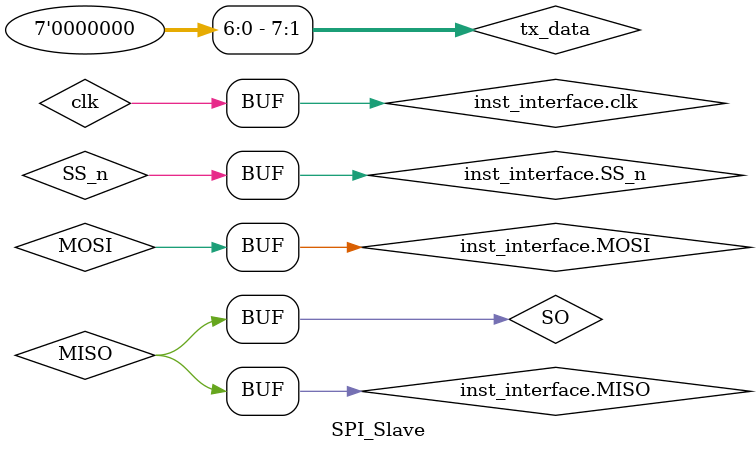
<source format=sv>
module SPI_Slave #(IDLE=0 ,CHK_CMD = 1,WRITE = 2,READ_ADD = 3,READ_DATA = 4)(interface_SPI.DUT_Design inst_interface );

	logic MOSI, SS_n, clk, rst_n, tx_valid;
	logic [7:0] tx_data;
	logic MISO;
	logic rx_valid;
	logic  [9:0] rx_data;

	reg [2:0] cs, ns;//current state and next state 
	reg [9:0] PO;
	reg [7:0] temp;
	reg SO, flag_rd ;
	integer state_count = 0, final_count = 0;
	reg Act_input_output;

	assign clk = inst_interface.clk;
    assign rst_n=inst_interface.rst_n;
    assign SS_n =inst_interface.SS_n;
    assign MOSI =inst_interface.MOSI;
	always@(*)begin
        tx_valid=inst_interface.tx_valid;
        tx_data =inst_interface.tx_data;
        inst_interface.MISO = MISO;
        inst_interface.rx_valid =rx_valid;
        inst_interface.rx_data  =rx_data;
	end

	assign MISO = SO; // output of reading
	assign rx_data   = PO ; 
// state Memory
	always @(posedge clk ) begin //bug : reset must be syncrouns not Async
		if (!rst_n)begin
			cs <= IDLE;
		    flag_rd<=0;
		    final_count <=32'hFFFF_FFFF;
		    state_count <=32'hFFFF_FFFF;
		    temp <= 0 ;
		end
		else
		    cs <= ns;
	end
	always @ (cs)begin
		if (cs == IDLE)begin
			rx_valid = 0 ;
		    PO  = 0 ;
		    state_count = 0 ;
		    final_count = 0 ;
		    SO = 0 ;
		    Act_input_output = 0;
		end 	
	end

	always @(posedge clk) begin//* bug
		
		case (cs)
			  IDLE : begin

		      	rx_valid = 0 ;
		        PO  = 0 ;
		        state_count = 0 ;
		        final_count = 0 ;
		        SO = 0 ;
		        Act_input_output = 0;
		             end 
		      WRITE: begin //done

				if (state_count < 10 )begin //0 ,
					PO = {PO[8:0] , MOSI} ;
					state_count = state_count + 1 ;
					if (PO[9] ==1'b0 && state_count ==10)begin
					    rx_valid = 1 ;
				    end 
				    else 
				    	rx_valid = 0 ;
				end 
				else 
					rx_valid = 0 ;

			        end
		      READ_ADD: begin // done

		      	if (state_count<10 )begin
		      		PO = {PO[8:0] , MOSI} ;
		      		state_count = state_count + 1 ;
		      		rx_valid = 0 ;
		      	end 
		      	if (PO[9:8]==2'b10 && state_count==10)begin
		      		rx_valid = 1 ;
		      		flag_rd = 1;
		      	end
		      	else 
					rx_valid = 0 ;
			             end
		      READ_DATA: begin // done

		      	if (Act_input_output == 0)begin
		      		if (state_count<9 )begin
		      		    PO = {PO[8:0] , MOSI} ;
		      		    state_count = state_count + 1 ;
		      		    rx_valid = 0 ;
		      	    end
		      	    else begin
		      	    	 PO = {PO[8:0] , MOSI} ;
		      		    state_count = state_count + 1 ;
		      		    rx_valid = 0 ;
		      	    end

		      	    if (PO[9:8]==2'b11 && state_count== 10 )begin
		      		    rx_valid = 1 ;
		      		    Act_input_output = 1;
		      		    flag_rd = 0;
		      	    end
		      	end
		      	else begin
		      		state_count = state_count + 1 ;
		      		rx_valid = 0 ;
		      		if (tx_valid && state_count == 12 )begin
		      			temp = tx_data ;
		      		end 
		      		if (state_count >= 12 && final_count <= 7)begin
					    SO = temp [7 - final_count ];
					    rx_valid =0 ;
					    final_count = final_count + 1 ;    
				    end	
				end 
			            end
		      default: begin
		      	rx_valid = 0 ;
		        PO  = 0 ;
		        state_count = 0 ;
		        final_count = 0 ;
		        SO = 0 ;
		        Act_input_output = 0;
		     
		           end 		
		       endcase
	end

	always @(*) begin

		case (cs)
		    IDLE:
			    if (SS_n)
			        ns = IDLE;
			    else
			        ns = CHK_CMD;
		    CHK_CMD:
			    if (SS_n)
			        ns = IDLE;
			    else begin//SS_n = 0
			        if (MOSI==0) //MOSI = 0
				        ns = WRITE;
			        else  begin //MOSI = 1
				        if (!flag_rd) //flag_rd = 0
				            ns = READ_ADD;
				        else  //flag_rd = 1
				            ns = READ_DATA;
			        end
			    end
		    WRITE:
			    if (SS_n)
			        ns = IDLE;
			    else
			        ns = WRITE;
		    READ_ADD:
			    if (SS_n)
			        ns = IDLE;
			    else begin
			        ns = READ_ADD; 
			        // flag_rd = 1;
			    end
		    READ_DATA:
			    if (SS_n)
			        ns = IDLE;
			    else begin
			        ns = READ_DATA;
			        // flag_rd = 0;
			    end

		    default: ns = IDLE;
		endcase
	end

endmodule

</source>
